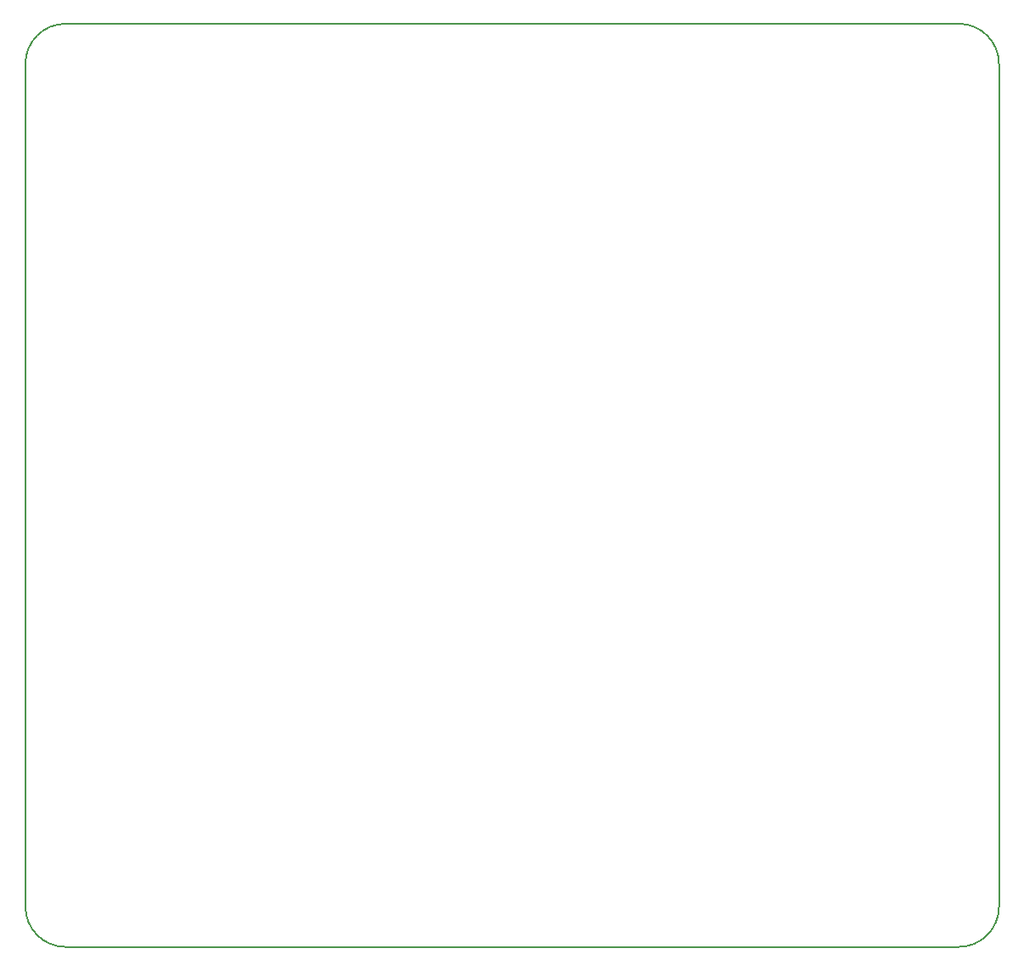
<source format=gbr>
%TF.GenerationSoftware,KiCad,Pcbnew,7.0.7*%
%TF.CreationDate,2023-11-16T19:54:27-05:00*%
%TF.ProjectId,GRC22_ShutdownChargerBoardV1,47524332-325f-4536-9875-74646f776e43,rev?*%
%TF.SameCoordinates,Original*%
%TF.FileFunction,Profile,NP*%
%FSLAX46Y46*%
G04 Gerber Fmt 4.6, Leading zero omitted, Abs format (unit mm)*
G04 Created by KiCad (PCBNEW 7.0.7) date 2023-11-16 19:54:27*
%MOMM*%
%LPD*%
G01*
G04 APERTURE LIST*
%TA.AperFunction,Profile*%
%ADD10C,0.200000*%
%TD*%
G04 APERTURE END LIST*
D10*
X196000000Y-46000000D02*
G75*
G03*
X192000000Y-42000000I-4000000J0D01*
G01*
X103000000Y-134000000D02*
X192000000Y-134000000D01*
X103000000Y-42000000D02*
G75*
G03*
X99000000Y-46000000I0J-4000000D01*
G01*
X99000000Y-130000000D02*
G75*
G03*
X103000000Y-134000000I4000000J0D01*
G01*
X196000000Y-130000000D02*
X196000000Y-46000000D01*
X99000000Y-46000000D02*
X99000000Y-130000000D01*
X192000000Y-42000000D02*
X103000000Y-42000000D01*
X192000000Y-134000000D02*
G75*
G03*
X196000000Y-130000000I0J4000000D01*
G01*
M02*

</source>
